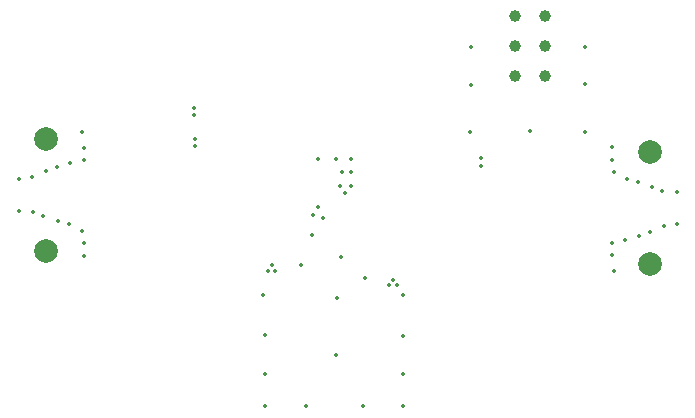
<source format=gbr>
G04 ===== Begin FILE IDENTIFICATION =====*
G04 File Format:  Gerber RS274X*
G04 ===== End FILE IDENTIFICATION =====*
%FSLAX55Y55*%
%MOIN*%
%SFA1.0000B1.0000*%
%OFA0.0B0.0*%
%ADD14C,0.013780*%
%ADD15C,0.039370*%
%ADD16C,0.078740*%
%LNhole*%
%IPPOS*%
%LPD*%
G75*
D14*
X43092Y-62813D03*
X83182Y-67865D03*
X67323Y-38976D03*
X64567Y-74016D03*
X64173Y-92913D03*
D15*
X124016Y20236D03*
Y236D03*
Y10236D03*
X134016Y236D03*
Y10236D03*
Y20236D03*
D14*
X112598Y-27165D03*
Y-29921D03*
X17323Y-20866D03*
Y-23228D03*
X16929Y-12992D03*
Y-10630D03*
X65748Y-36614D03*
X69291D03*
X58291Y-27611D03*
X69291Y-27559D03*
X64173D03*
X69291Y-31890D03*
X66305Y-31856D03*
X58325Y-43552D03*
X56693Y-46063D03*
X59843Y-47244D03*
X41732Y-64961D03*
X44094D03*
X81890Y-69685D03*
X84646D03*
X147244Y-18504D03*
Y-2362D03*
X40157Y-72835D03*
X40551Y-86220D03*
Y-99213D03*
X86614Y-72835D03*
Y-86614D03*
Y-99213D03*
Y-109843D03*
X73228D03*
X54331D03*
X40551D03*
X74016Y-67323D03*
X66142Y-60236D03*
X52756Y-62992D03*
X56299Y-52756D03*
X147244Y9843D03*
X109449D03*
Y-2756D03*
X109055Y-18504D03*
X129134Y-18110D03*
X156299Y-23622D03*
Y-27953D03*
X156885Y-31985D03*
X161209Y-34223D03*
X164961Y-35039D03*
X169809Y-36823D03*
X173086Y-38122D03*
X177953Y-38583D03*
D16*
X168898Y-25197D03*
D14*
X177953Y-49213D03*
X173622Y-50000D03*
X168971Y-51947D03*
X165229Y-53330D03*
X160815Y-54659D03*
X156299Y-55512D03*
X156271Y-59424D03*
X156972Y-64868D03*
D16*
X168898Y-62598D03*
X-32399Y-20774D03*
Y-58175D03*
D14*
X-20472Y-18504D03*
X-19772Y-23948D03*
X-19800Y-27861D03*
X-24316Y-28714D03*
X-28730Y-30042D03*
X-32471Y-31425D03*
X-41454Y-44790D03*
X-36587Y-45250D03*
X-33310Y-46549D03*
X-28462Y-48333D03*
X-19800Y-59750D03*
Y-55420D03*
X-20385Y-51388D03*
X-24710Y-49149D03*
X-37123Y-33372D03*
X-41454Y-34160D03*
M02*


</source>
